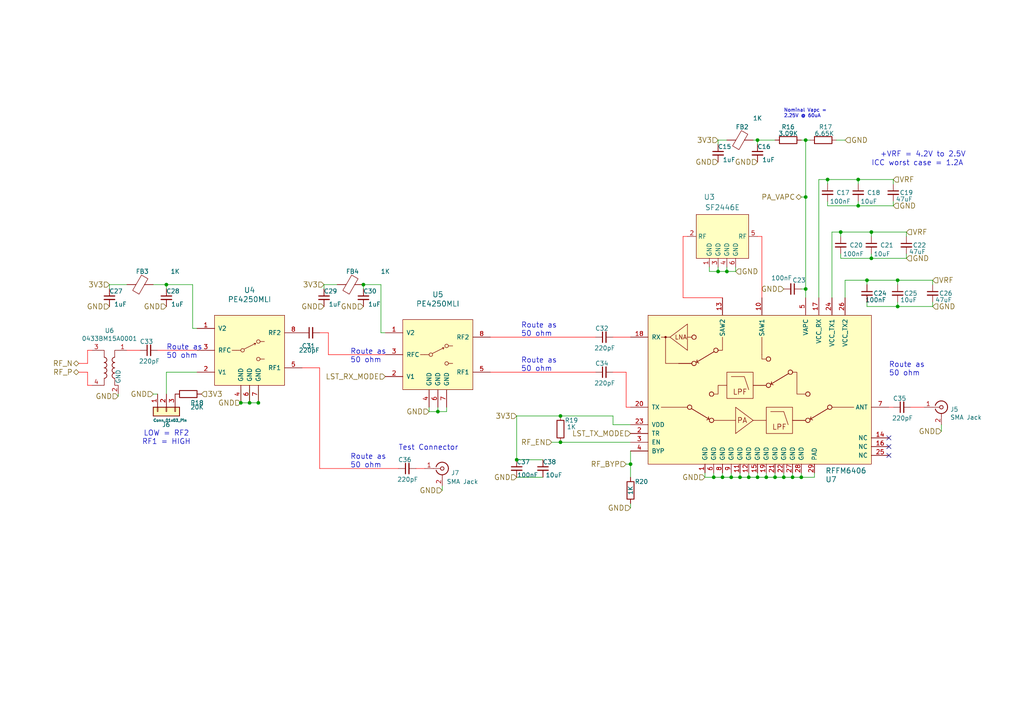
<source format=kicad_sch>
(kicad_sch (version 20231120) (generator "eeschema") (generator_version "8.0")
  (paper "A4")
  (lib_symbols
    (symbol "Connector:Conn_Coaxial" (pin_names (offset 1.016) hide)
      (property "Reference" "J" (at 0.254 3.048 0))
      (property "Value" "Conn_Coaxial" (at 2.921 0 90))
      (symbol "Conn_Coaxial_0_1"
        (arc (start -1.778 -0.508) (mid 0.2311 -1.8066) (end 1.778 0) (stroke (width 0.254)))
        (polyline (pts (xy -2.54 0) (xy -0.508 0)))
        (polyline (pts (xy 0 -2.54) (xy 0 -1.778)))
        (circle (center 0 0) (radius 0.508) (stroke (width 0.2032)))
        (arc (start 1.778 0) (mid 0.2099 1.8101) (end -1.778 0.508) (stroke (width 0.254)))
      )
      (symbol "Conn_Coaxial_1_1"
        (pin passive line (at -5.08 0 0) (length 2.54) (name "In") (number "1"))
        (pin passive line (at 0 -5.08 90) (length 2.54) (name "Ext") (number "2"))
      )
    )
    (symbol "Connector_Generic:Conn_01x03" (pin_names (offset 1.016) hide)
      (property "Reference" "J" (at 0 5.08 0))
      (property "Value" "Conn_01x03" (at 0 -5.08 0))
      (symbol "Conn_01x03_1_1"
        (rectangle (start -1.27 -2.413) (end 0 -2.667) (stroke (width 0.1524)))
        (rectangle (start -1.27 0.127) (end 0 -0.127) (stroke (width 0.1524)))
        (rectangle (start -1.27 2.667) (end 0 2.413) (stroke (width 0.1524)))
        (rectangle (start -1.27 3.81) (end 1.27 -3.81) (stroke (width 0.254)) (fill (type background)))
        (pin passive line (at -5.08 2.54 0) (length 3.81) (name "Pin_1") (number "1"))
        (pin passive line (at -5.08 0 0) (length 3.81) (name "Pin_2") (number "2"))
        (pin passive line (at -5.08 -2.54 0) (length 3.81) (name "Pin_3") (number "3"))
      )
    )
    (symbol "Device:C_Small" (pin_numbers hide) (pin_names (offset 0.254) hide)
      (property "Reference" "C" (at 0.254 1.778 0))
      (property "Value" "C_Small" (at 0.254 -2.032 0))
      (symbol "C_Small_0_1"
        (polyline (pts (xy -1.524 -0.508) (xy 1.524 -0.508)) (stroke (width 0.3302)))
        (polyline (pts (xy -1.524 0.508) (xy 1.524 0.508)) (stroke (width 0.3048)))
      )
      (symbol "C_Small_1_1"
        (pin passive line (at 0 2.54 270) (length 2.032) (name "~") (number "1"))
        (pin passive line (at 0 -2.54 90) (length 2.032) (name "~") (number "2"))
      )
    )
    (symbol "Device:FerriteBead" (pin_numbers hide) (pin_names (offset 0))
      (property "Reference" "FB" (at -3.81 0.635 90))
      (property "Value" "FerriteBead" (at 3.81 0 90))
      (symbol "FerriteBead_0_1"
        (polyline (pts (xy 0 -1.27) (xy 0 -1.2192)))
        (polyline (pts (xy 0 1.27) (xy 0 1.2954)))
        (polyline (pts (xy -2.7686 0.4064) (xy -1.7018 2.2606) (xy 2.7686 -0.3048) (xy 1.6764 -2.159) (xy -2.7686 0.4064)))
      )
      (symbol "FerriteBead_1_1"
        (pin passive line (at 0 3.81 270) (length 2.54) (name "~") (number "1"))
        (pin passive line (at 0 -3.81 90) (length 2.54) (name "~") (number "2"))
      )
    )
    (symbol "Device:R" (pin_numbers hide) (pin_names (offset 0))
      (property "Reference" "R" (at 2.032 0 90))
      (property "Value" "R" (at 0 0 90))
      (symbol "R_0_1"
        (rectangle (start -1.016 -2.54) (end 1.016 2.54) (stroke (width 0.254)))
      )
      (symbol "R_1_1"
        (pin passive line (at 0 3.81 270) (length 1.27) (name "~") (number "1"))
        (pin passive line (at 0 -3.81 90) (length 1.27) (name "~") (number "2"))
      )
    )
    (symbol "Project:PE4259" (pin_names (offset 1.016))
      (property "Reference" "U6" (at -8.89 11.43 0))
      (property "Value" "PE4259" (at 6.35 11.43 0))
      (symbol "PE4259_0_1"
        (rectangle (start -10.16 10.16) (end 10.16 -10.16) (fill (type background)))
        (circle (center -2.032 0) (radius 0.508))
        (polyline (pts (xy -3.81 0) (xy -5.08 0)))
        (polyline (pts (xy -3.81 0) (xy -2.54 0)))
        (polyline (pts (xy -1.524 0.381) (xy 1.778 2.032)))
        (polyline (pts (xy 1.651 2.032) (xy 1.27 2.032)))
        (polyline (pts (xy 1.778 2.032) (xy 1.524 1.524)))
        (polyline (pts (xy 3.048 -2.54) (xy 4.318 -2.54)))
        (polyline (pts (xy 3.048 2.54) (xy 4.318 2.54)))
        (circle (center 2.54 -2.54) (radius 0.508))
        (circle (center 2.54 2.54) (radius 0.508))
      )
      (symbol "PE4259_1_1"
        (pin passive line (at -15.24 6.35 0) (length 5.08) (name "V2") (number "1"))
        (pin passive line (at -15.24 -6.35 0) (length 5.08) (name "V1") (number "2"))
        (pin passive line (at -15.24 0 0) (length 5.08) (name "RFC") (number "3"))
        (pin passive line (at -2.54 -15.24 90) (length 5.08) (name "GND") (number "4"))
        (pin passive line (at 15.24 -5.08 180) (length 5.08) (name "RF1") (number "5"))
        (pin passive line (at 0 -15.24 90) (length 5.08) (name "GND") (number "6"))
        (pin passive line (at 2.54 -15.24 90) (length 5.08) (name "GND") (number "7"))
        (pin passive line (at 15.24 5.08 180) (length 5.08) (name "RF2") (number "8"))
      )
    )
    (symbol "Project:RFFM6403" (pin_names (offset 1.016))
      (property "Reference" "U9" (at -30.48 22.86 0))
      (property "Value" "RFFM6403" (at 26.67 -22.86 0))
      (symbol "RFFM6403_0_0"
        (rectangle (start -31.75 21.59) (end 33.02 -21.59) (fill (type background)))
        (circle (center -26.67 15.24) (radius 0.254) (fill (type outline)))
        (polyline (pts (xy -25.4 15.24) (xy -27.94 15.24)))
        (polyline (pts (xy -22.86 7.62) (xy -19.05 7.62)))
        (polyline (pts (xy -22.86 7.62) (xy -19.05 7.62)))
        (polyline (pts (xy -21.59 -5.08) (xy -27.94 -5.08)))
        (polyline (pts (xy -20.32 15.24) (xy -19.05 15.24)))
        (polyline (pts (xy -1.27 -8.89) (xy 2.54 -8.89)))
        (polyline (pts (xy -1.27 1.27) (xy 2.54 1.27)))
        (polyline (pts (xy -1.27 1.27) (xy 2.54 1.27)))
        (polyline (pts (xy 1.27 10.16) (xy 1.27 15.24)))
        (polyline (pts (xy 10.16 -8.89) (xy 13.97 -8.89)))
        (polyline (pts (xy 10.16 -8.89) (xy 13.97 -8.89)))
        (polyline (pts (xy -22.86 7.62) (xy -26.67 7.62) (xy -26.67 15.24)))
        (polyline (pts (xy -11.43 11.43) (xy -10.16 11.43) (xy -10.16 15.24)))
        (polyline (pts (xy 2.54 8.89) (xy 1.27 8.89) (xy 1.27 10.16)))
        (text "LNA" (at -22.225 15.24 0) (effects (font (size 1.27 1.27))))
        (text "LPF" (at -5.08 -0.635 0) (effects (font (size 1.524 1.524))))
        (text "LPF" (at 6.35 -10.795 0) (effects (font (size 1.524 1.524))))
        (text "PA" (at -4.445 -8.89 0) (effects (font (size 1.524 1.524))))
      )
      (symbol "RFFM6403_0_1"
        (circle (center -19.685 -5.08) (radius 0.635))
        (circle (center -19.685 -5.08) (radius 0.635))
        (circle (center -18.415 7.62) (radius 0.635))
        (circle (center -18.415 7.62) (radius 0.635))
        (circle (center -18.415 15.24) (radius 0.635))
        (circle (center -18.415 15.24) (radius 0.635))
        (circle (center -13.335 -8.89) (radius 0.635))
        (circle (center -13.335 -8.89) (radius 0.635))
        (circle (center -13.335 -1.27) (radius 0.635))
        (circle (center -13.335 -1.27) (radius 0.635))
        (circle (center -12.065 11.43) (radius 0.635))
        (circle (center -12.065 11.43) (radius 0.635))
        (rectangle (start -8.89 5.08) (end -1.27 -2.54))
        (polyline (pts (xy -20.32 -5.08) (xy -21.59 -5.08)))
        (polyline (pts (xy -17.653 8.001) (xy -17.018 7.747)))
        (polyline (pts (xy -17.653 8.001) (xy -17.018 7.747)))
        (polyline (pts (xy -14.097 -8.509) (xy -14.732 -8.763)))
        (polyline (pts (xy -14.097 -8.509) (xy -14.732 -8.763)))
        (polyline (pts (xy -12.7 -8.89) (xy -6.35 -8.89)))
        (polyline (pts (xy 3.937 1.651) (xy 4.572 1.397)))
        (polyline (pts (xy 3.937 1.651) (xy 4.572 1.397)))
        (polyline (pts (xy 15.367 -8.509) (xy 16.002 -8.763)))
        (polyline (pts (xy 15.367 -8.509) (xy 16.002 -8.763)))
        (polyline (pts (xy 21.59 -5.08) (xy 27.94 -5.08)))
        (polyline (pts (xy -19.177 -5.461) (xy -14.097 -8.509) (xy -14.224 -7.874)))
        (polyline (pts (xy -19.177 -5.461) (xy -14.097 -8.509) (xy -14.224 -7.874)))
        (polyline (pts (xy -12.573 11.049) (xy -17.653 8.001) (xy -17.526 8.636)))
        (polyline (pts (xy -12.573 11.049) (xy -17.653 8.001) (xy -17.526 8.636)))
        (polyline (pts (xy -7.62 3.81) (xy -3.81 3.81) (xy -2.54 0)))
        (polyline (pts (xy 3.81 -6.35) (xy 7.62 -6.35) (xy 8.89 -10.16)))
        (polyline (pts (xy 9.017 4.699) (xy 3.937 1.651) (xy 4.064 2.286)))
        (polyline (pts (xy 9.017 4.699) (xy 3.937 1.651) (xy 4.064 2.286)))
        (polyline (pts (xy 20.447 -5.461) (xy 15.367 -8.509) (xy 15.494 -7.874)))
        (polyline (pts (xy 20.447 -5.461) (xy 15.367 -8.509) (xy 15.494 -7.874)))
        (polyline (pts (xy -20.32 11.43) (xy -20.32 19.05) (xy -25.4 15.24) (xy -20.32 11.43)))
        (polyline (pts (xy -12.7 -1.27) (xy -11.43 -1.27) (xy -11.43 1.27) (xy -8.89 1.27)))
        (polyline (pts (xy -6.35 -12.7) (xy -6.35 -5.08) (xy -1.27 -8.89) (xy -6.35 -12.7)))
        (polyline (pts (xy 13.97 -1.27) (xy 11.43 -1.27) (xy 11.43 5.08) (xy 10.16 5.08)))
        (rectangle (start 2.54 -5.08) (end 10.16 -12.7))
        (circle (center 3.175 1.27) (radius 0.635))
        (circle (center 3.175 1.27) (radius 0.635))
        (circle (center 3.175 8.89) (radius 0.635))
        (circle (center 3.175 8.89) (radius 0.635))
        (circle (center 9.525 5.08) (radius 0.635))
        (circle (center 9.525 5.08) (radius 0.635))
        (circle (center 14.605 -8.89) (radius 0.635))
        (circle (center 14.605 -8.89) (radius 0.635))
        (circle (center 14.605 -1.27) (radius 0.635))
        (circle (center 14.605 -1.27) (radius 0.635))
        (circle (center 20.955 -5.08) (radius 0.635))
        (circle (center 20.955 -5.08) (radius 0.635))
      )
      (symbol "RFFM6403_1_1"
        (pin passive line (at -15.24 -24.13 90) (length 2.54) (name "GND") (number "1"))
        (pin passive line (at 1.27 26.67 270) (length 5.08) (name "SAW1") (number "10"))
        (pin passive line (at -5.08 -24.13 90) (length 2.54) (name "GND") (number "11"))
        (pin passive line (at -2.54 -24.13 90) (length 2.54) (name "GND") (number "12"))
        (pin passive line (at -10.16 26.67 270) (length 5.08) (name "SAW2") (number "13"))
        (pin passive line (at 38.1 -13.97 180) (length 5.08) (name "NC") (number "14"))
        (pin passive line (at 0 -24.13 90) (length 2.54) (name "GND") (number "15"))
        (pin passive line (at 38.1 -16.51 180) (length 5.08) (name "NC") (number "16"))
        (pin passive line (at 17.78 26.67 270) (length 5.08) (name "VCC_RX") (number "17"))
        (pin passive line (at -36.83 15.24 0) (length 5.08) (name "RX") (number "18"))
        (pin passive line (at 2.54 -24.13 90) (length 2.54) (name "GND") (number "19"))
        (pin passive line (at -36.83 -12.7 0) (length 5.08) (name "TR") (number "2"))
        (pin passive line (at -36.83 -5.08 0) (length 5.08) (name "TX") (number "20"))
        (pin passive line (at 5.08 -24.13 90) (length 2.54) (name "GND") (number "21"))
        (pin passive line (at 7.62 -24.13 90) (length 2.54) (name "GND") (number "22"))
        (pin passive line (at -36.83 -10.16 0) (length 5.08) (name "VDD") (number "23"))
        (pin passive line (at 21.59 26.67 270) (length 5.08) (name "VCC_TX1") (number "24"))
        (pin passive line (at 38.1 -19.05 180) (length 5.08) (name "NC") (number "25"))
        (pin passive line (at 25.4 26.67 270) (length 5.08) (name "VCC_TX2") (number "26"))
        (pin passive line (at 10.16 -24.13 90) (length 2.54) (name "GND") (number "27"))
        (pin passive line (at 12.7 -24.13 90) (length 2.54) (name "GND") (number "28"))
        (pin passive line (at 16.51 -24.13 90) (length 2.54) (name "PAD") (number "29"))
        (pin passive line (at -36.83 -15.24 0) (length 5.08) (name "EN") (number "3"))
        (pin passive line (at -36.83 -17.78 0) (length 5.08) (name "BYP") (number "4"))
        (pin passive line (at 13.97 26.67 270) (length 5.08) (name "VAPC") (number "5"))
        (pin passive line (at -12.7 -24.13 90) (length 2.54) (name "GND") (number "6"))
        (pin passive line (at 38.1 -5.08 180) (length 5.08) (name "ANT") (number "7"))
        (pin passive line (at -10.16 -24.13 90) (length 2.54) (name "GND") (number "8"))
        (pin passive line (at -7.62 -24.13 90) (length 2.54) (name "GND") (number "9"))
      )
    )
    (symbol "Project:SF2446"
      (property "Reference" "U" (at 0 0 0))
      (symbol "SF2446_1_1"
        (rectangle (start -7.62 6.35) (end 7.62 -6.35) (fill (type background)))
        (pin power_in line (at -3.81 -8.89 90) (length 2.54) (name "GND") (number "1"))
        (pin passive line (at -10.16 0 0) (length 2.54) (name "RF") (number "2"))
        (pin power_in line (at -1.27 -8.89 90) (length 2.54) (name "GND") (number "3"))
        (pin power_in line (at 1.27 -8.89 90) (length 2.54) (name "GND") (number "4"))
        (pin passive line (at 10.16 0 180) (length 2.54) (name "RF") (number "5"))
        (pin power_in line (at 3.81 -8.89 90) (length 2.54) (name "GND") (number "6"))
      )
    )
    (symbol "Transformer:0433BM15A0001"
      (property "Reference" "U" (at 0 6.35 0))
      (property "Value" "0433BM15A0001" (at 0 -7.62 0))
      (symbol "0433BM15A0001_1_1"
        (arc (start -1.524 -3.048) (mid -0.7653 -2.286) (end -1.524 -1.524) (stroke (width 0.2032)))
        (arc (start -1.524 -1.524) (mid -0.7653 -0.762) (end -1.524 0) (stroke (width 0.2032)))
        (arc (start -1.524 0) (mid -0.7653 0.762) (end -1.524 1.524) (stroke (width 0.2032)))
        (arc (start -1.524 1.524) (mid -0.7653 2.286) (end -1.524 3.048) (stroke (width 0.2032)))
        (polyline (pts (xy -2.54 5.08) (xy -1.524 5.08) (xy -1.524 3.048)) (stroke (width 0.1524)))
        (polyline (pts (xy -1.524 -3.048) (xy -1.524 -5.08) (xy -2.54 -5.08)) (stroke (width 0.1524)))
        (polyline (pts (xy 1.524 3.048) (xy 1.524 5.08) (xy 2.54 5.08)) (stroke (width 0.1524)))
        (polyline (pts (xy 2.54 -5.08) (xy 1.524 -5.08) (xy 1.524 -3.048)) (stroke (width 0.1524)))
        (arc (start 1.524 -1.524) (mid 0.7653 -2.286) (end 1.524 -3.048) (stroke (width 0.2032)))
        (arc (start 1.524 0) (mid 0.7653 -0.762) (end 1.524 -1.524) (stroke (width 0.2032)))
        (arc (start 1.524 1.524) (mid 0.7653 0.762) (end 1.524 0) (stroke (width 0.2032)))
        (arc (start 1.524 3.048) (mid 0.7653 2.286) (end 1.524 1.524) (stroke (width 0.2032)))
        (pin passive line (at -5.08 5.08 0) (length 2.54) (name "~") (number "1"))
        (pin power_in line (at -2.54 -7.62 90) (length 2.54) (name "GND") (number "2"))
        (pin passive line (at 5.08 5.08 180) (length 2.54) (name "~") (number "3"))
        (pin passive line (at 5.08 -5.08 180) (length 2.54) (name "~") (number "4"))
        (pin passive line (at -2.54 -7.62 90) (length 2.54) hide (name "GND") (number "5"))
        (pin passive line (at -2.54 -7.62 90) (length 2.54) hide (name "GND") (number "6"))
      )
    )
  )
  (junction (at 251.46 81.28))
  (junction (at 182.88 134.62))
  (junction (at 229.87 138.43))
  (junction (at 48.26 82.55))
  (junction (at 69.85 116.84))
  (junction (at 209.55 138.43))
  (junction (at 232.41 138.43))
  (junction (at 233.68 83.82))
  (junction (at 233.68 57.15))
  (junction (at 219.71 40.64))
  (junction (at 224.79 138.43))
  (junction (at 214.63 138.43))
  (junction (at 252.73 67.31))
  (junction (at 208.28 78.74))
  (junction (at 219.71 138.43))
  (junction (at 233.68 40.64))
  (junction (at 162.56 128.27))
  (junction (at 222.25 138.43))
  (junction (at 149.86 133.35))
  (junction (at 212.09 138.43))
  (junction (at 260.35 81.28))
  (junction (at 260.35 88.9))
  (junction (at 248.92 52.07))
  (junction (at 74.93 116.84))
  (junction (at 217.17 138.43))
  (junction (at 207.01 138.43))
  (junction (at 162.56 120.65))
  (junction (at 210.82 78.74))
  (junction (at 248.92 59.69))
  (junction (at 243.84 67.31))
  (junction (at 127 119.38))
  (junction (at 105.41 82.55))
  (junction (at 227.33 138.43))
  (junction (at 252.73 74.93))
  (junction (at 72.39 116.84))
  (junction (at 240.03 52.07))
  (no_connect (at 257.81 129.54))
  (no_connect (at 257.81 127))
  (no_connect (at 257.81 132.08))
  (wire (pts (xy 218.44 40.64) (xy 219.71 40.64)))
  (wire (pts (xy 210.82 77.47) (xy 210.82 78.74)))
  (wire (pts (xy 128.27 142.24) (xy 128.27 140.97)))
  (wire (pts (xy 222.25 138.43) (xy 224.79 138.43)))
  (wire (pts (xy 48.26 82.55) (xy 55.88 82.55)))
  (wire (pts (xy 251.46 88.9) (xy 260.35 88.9)))
  (wire (pts (xy 229.87 138.43) (xy 229.87 137.16)))
  (wire (pts (xy 233.68 83.82) (xy 233.68 86.36)))
  (wire (pts (xy 25.4 101.6) (xy 26.67 101.6)) (stroke (width 0) (color 255 0 0 1)))
  (wire (pts (xy 25.4 107.95) (xy 22.86 107.95)) (stroke (width 0) (color 255 0 0 1)))
  (wire (pts (xy 181.61 107.95) (xy 181.61 118.11)) (stroke (width 0) (color 255 0 0 1)))
  (wire (pts (xy 224.79 138.43) (xy 227.33 138.43)))
  (wire (pts (xy 252.73 73.66) (xy 252.73 74.93)))
  (wire (pts (xy 157.48 138.43) (xy 149.86 138.43)))
  (wire (pts (xy 182.88 134.62) (xy 182.88 130.81)))
  (wire (pts (xy 204.47 138.43) (xy 207.01 138.43)))
  (wire (pts (xy 241.3 67.31) (xy 241.3 86.36)))
  (wire (pts (xy 48.26 107.95) (xy 48.26 114.3)))
  (wire (pts (xy 222.25 138.43) (xy 222.25 137.16)))
  (wire (pts (xy 220.98 68.58) (xy 220.98 86.36)) (stroke (width 0) (color 255 0 0 1)))
  (wire (pts (xy 36.83 82.55) (xy 31.75 82.55)))
  (wire (pts (xy 93.98 82.55) (xy 93.98 83.82)))
  (wire (pts (xy 260.35 87.63) (xy 260.35 88.9)))
  (wire (pts (xy 251.46 82.55) (xy 251.46 81.28)))
  (wire (pts (xy 259.08 58.42) (xy 259.08 59.69)))
  (wire (pts (xy 270.51 87.63) (xy 270.51 88.9)))
  (wire (pts (xy 162.56 120.65) (xy 177.8 120.65)))
  (wire (pts (xy 260.35 81.28) (xy 270.51 81.28)))
  (wire (pts (xy 149.86 120.65) (xy 149.86 133.35)))
  (wire (pts (xy 162.56 128.27) (xy 182.88 128.27)))
  (wire (pts (xy 243.84 74.93) (xy 252.73 74.93)))
  (wire (pts (xy 124.46 119.38) (xy 124.46 118.11)))
  (wire (pts (xy 213.36 77.47) (xy 213.36 78.74)))
  (wire (pts (xy 214.63 138.43) (xy 217.17 138.43)))
  (wire (pts (xy 204.47 137.16) (xy 204.47 138.43)))
  (wire (pts (xy 95.25 102.87) (xy 111.76 102.87)) (stroke (width 0) (color 255 0 0 1)))
  (wire (pts (xy 25.4 111.76) (xy 25.4 107.95)) (stroke (width 0) (color 255 0 0 1)))
  (wire (pts (xy 149.86 120.65) (xy 162.56 120.65)))
  (wire (pts (xy 214.63 138.43) (xy 214.63 137.16)))
  (wire (pts (xy 241.3 67.31) (xy 243.84 67.31)))
  (wire (pts (xy 210.82 78.74) (xy 213.36 78.74)))
  (wire (pts (xy 181.61 134.62) (xy 182.88 134.62)))
  (wire (pts (xy 237.49 52.07) (xy 240.03 52.07)))
  (wire (pts (xy 262.89 68.58) (xy 262.89 67.31)))
  (wire (pts (xy 260.35 81.28) (xy 260.35 82.55)))
  (wire (pts (xy 182.88 134.62) (xy 182.88 138.43)))
  (wire (pts (xy 224.79 138.43) (xy 224.79 137.16)))
  (wire (pts (xy 248.92 52.07) (xy 259.08 52.07)))
  (wire (pts (xy 92.71 135.89) (xy 115.57 135.89)) (stroke (width 0) (color 255 0 0 1)))
  (wire (pts (xy 243.84 67.31) (xy 252.73 67.31)))
  (wire (pts (xy 36.83 101.6) (xy 40.64 101.6)) (stroke (width 0) (color 255 0 0 1)))
  (wire (pts (xy 69.85 116.84) (xy 69.85 113.03)))
  (wire (pts (xy 219.71 68.58) (xy 220.98 68.58)) (stroke (width 0) (color 255 0 0 1)))
  (wire (pts (xy 232.41 137.16) (xy 232.41 138.43)))
  (wire (pts (xy 31.75 82.55) (xy 31.75 83.82)))
  (wire (pts (xy 260.35 88.9) (xy 270.51 88.9)))
  (wire (pts (xy 245.11 81.28) (xy 245.11 86.36)))
  (wire (pts (xy 270.51 81.28) (xy 270.51 82.55)))
  (wire (pts (xy 93.98 82.55) (xy 97.79 82.55)))
  (wire (pts (xy 209.55 138.43) (xy 209.55 137.16)))
  (wire (pts (xy 233.68 40.64) (xy 234.95 40.64)))
  (wire (pts (xy 55.88 82.55) (xy 55.88 95.25)))
  (wire (pts (xy 44.45 114.3) (xy 45.72 114.3)))
  (wire (pts (xy 219.71 40.64) (xy 219.71 41.91)))
  (wire (pts (xy 142.24 97.79) (xy 172.72 97.79)) (stroke (width 0) (color 255 0 0 1)))
  (wire (pts (xy 252.73 67.31) (xy 252.73 68.58)))
  (wire (pts (xy 212.09 138.43) (xy 214.63 138.43)))
  (wire (pts (xy 219.71 138.43) (xy 219.71 137.16)))
  (wire (pts (xy 212.09 138.43) (xy 212.09 137.16)))
  (wire (pts (xy 232.41 57.15) (xy 233.68 57.15)))
  (wire (pts (xy 240.03 52.07) (xy 248.92 52.07)))
  (wire (pts (xy 240.03 59.69) (xy 248.92 59.69)))
  (wire (pts (xy 248.92 58.42) (xy 248.92 59.69)))
  (wire (pts (xy 219.71 40.64) (xy 224.79 40.64)))
  (wire (pts (xy 57.15 101.6) (xy 45.72 101.6)) (stroke (width 0) (color 255 0 0 1)))
  (wire (pts (xy 236.22 138.43) (xy 236.22 137.16)))
  (wire (pts (xy 34.29 114.935) (xy 34.29 114.3)))
  (wire (pts (xy 177.8 97.79) (xy 182.88 97.79)) (stroke (width 0) (color 255 0 0 1)))
  (wire (pts (xy 72.39 116.84) (xy 74.93 116.84)))
  (wire (pts (xy 198.12 68.58) (xy 199.39 68.58)) (stroke (width 0) (color 255 0 0 1)))
  (wire (pts (xy 208.28 78.74) (xy 210.82 78.74)))
  (wire (pts (xy 264.16 118.11) (xy 267.97 118.11)) (stroke (width 0) (color 255 0 0 1)))
  (wire (pts (xy 273.05 125.095) (xy 273.05 123.19)))
  (wire (pts (xy 55.88 95.25) (xy 57.15 95.25)))
  (wire (pts (xy 95.25 96.52) (xy 95.25 102.87)) (stroke (width 0) (color 255 0 0 1)))
  (wire (pts (xy 259.08 53.34) (xy 259.08 52.07)))
  (wire (pts (xy 207.01 138.43) (xy 209.55 138.43)))
  (wire (pts (xy 227.33 138.43) (xy 227.33 137.16)))
  (wire (pts (xy 217.17 138.43) (xy 217.17 137.16)))
  (wire (pts (xy 48.26 107.95) (xy 57.15 107.95)))
  (wire (pts (xy 232.41 40.64) (xy 233.68 40.64)))
  (wire (pts (xy 25.4 105.41) (xy 22.86 105.41)) (stroke (width 0) (color 255 0 0 1)))
  (wire (pts (xy 72.39 116.84) (xy 69.85 116.84)))
  (wire (pts (xy 149.86 133.35) (xy 157.48 133.35)))
  (wire (pts (xy 205.74 78.74) (xy 205.74 77.47)))
  (wire (pts (xy 252.73 67.31) (xy 262.89 67.31)))
  (wire (pts (xy 243.84 67.31) (xy 243.84 68.58)))
  (wire (pts (xy 248.92 52.07) (xy 248.92 53.34)))
  (wire (pts (xy 105.41 83.82) (xy 105.41 82.55)))
  (wire (pts (xy 217.17 138.43) (xy 219.71 138.43)))
  (wire (pts (xy 219.71 138.43) (xy 222.25 138.43)))
  (wire (pts (xy 129.54 119.38) (xy 129.54 118.11)))
  (wire (pts (xy 208.28 40.64) (xy 208.28 41.91)))
  (wire (pts (xy 177.8 123.19) (xy 182.88 123.19)))
  (wire (pts (xy 120.65 135.89) (xy 123.19 135.89)) (stroke (width 0) (color 255 0 0 1)))
  (wire (pts (xy 127 118.11) (xy 127 119.38)))
  (wire (pts (xy 245.11 81.28) (xy 251.46 81.28)))
  (wire (pts (xy 262.89 73.66) (xy 262.89 74.93)))
  (wire (pts (xy 110.49 96.52) (xy 111.76 96.52)))
  (wire (pts (xy 25.4 101.6) (xy 25.4 105.41)) (stroke (width 0) (color 255 0 0 1)))
  (wire (pts (xy 142.24 107.95) (xy 172.72 107.95)) (stroke (width 0) (color 255 0 0 1)))
  (wire (pts (xy 127 119.38) (xy 129.54 119.38)))
  (wire (pts (xy 105.41 82.55) (xy 110.49 82.55)))
  (wire (pts (xy 251.46 87.63) (xy 251.46 88.9)))
  (wire (pts (xy 227.33 138.43) (xy 229.87 138.43)))
  (wire (pts (xy 240.03 58.42) (xy 240.03 59.69)))
  (wire (pts (xy 207.01 137.16) (xy 207.01 138.43)))
  (wire (pts (xy 232.41 83.82) (xy 233.68 83.82)))
  (wire (pts (xy 95.25 96.52) (xy 92.71 96.52)) (stroke (width 0) (color 255 0 0 1)))
  (wire (pts (xy 240.03 52.07) (xy 240.03 53.34)))
  (wire (pts (xy 229.87 138.43) (xy 232.41 138.43)))
  (wire (pts (xy 251.46 81.28) (xy 260.35 81.28)))
  (wire (pts (xy 177.8 120.65) (xy 177.8 123.19)))
  (wire (pts (xy 72.39 113.03) (xy 72.39 116.84)))
  (wire (pts (xy 160.02 128.27) (xy 162.56 128.27)))
  (wire (pts (xy 233.68 57.15) (xy 233.68 83.82)))
  (wire (pts (xy 232.41 138.43) (xy 236.22 138.43)))
  (wire (pts (xy 248.92 59.69) (xy 259.08 59.69)))
  (wire (pts (xy 233.68 40.64) (xy 233.68 57.15)))
  (wire (pts (xy 237.49 52.07) (xy 237.49 86.36)))
  (wire (pts (xy 110.49 82.55) (xy 110.49 96.52)))
  (wire (pts (xy 252.73 74.93) (xy 262.89 74.93)))
  (wire (pts (xy 87.63 106.68) (xy 92.71 106.68)) (stroke (width 0) (color 255 0 0 1)))
  (wire (pts (xy 243.84 73.66) (xy 243.84 74.93)))
  (wire (pts (xy 208.28 40.64) (xy 210.82 40.64)))
  (wire (pts (xy 181.61 118.11) (xy 182.88 118.11)) (stroke (width 0) (color 255 0 0 1)))
  (wire (pts (xy 242.57 40.64) (xy 245.11 40.64)))
  (wire (pts (xy 48.26 83.82) (xy 48.26 82.55)))
  (wire (pts (xy 257.81 118.11) (xy 259.08 118.11)) (stroke (width 0) (color 255 0 0 1)))
  (wire (pts (xy 25.4 111.76) (xy 26.67 111.76)) (stroke (width 0) (color 255 0 0 1)))
  (wire (pts (xy 44.45 82.55) (xy 48.26 82.55)))
  (wire (pts (xy 127 119.38) (xy 124.46 119.38)))
  (wire (pts (xy 74.93 116.84) (xy 74.93 113.03)))
  (wire (pts (xy 208.28 77.47) (xy 208.28 78.74)))
  (wire (pts (xy 182.88 147.32) (xy 182.88 146.05)))
  (wire (pts (xy 209.55 86.36) (xy 198.12 86.36)) (stroke (width 0) (color 255 0 0 1)))
  (wire (pts (xy 198.12 86.36) (xy 198.12 68.58)) (stroke (width 0) (color 255 0 0 1)))
  (wire (pts (xy 92.71 106.68) (xy 92.71 135.89)) (stroke (width 0) (color 255 0 0 1)))
  (wire (pts (xy 209.55 138.43) (xy 212.09 138.43)))
  (wire (pts (xy 205.74 78.74) (xy 208.28 78.74)))
  (wire (pts (xy 177.8 107.95) (xy 181.61 107.95)) (stroke (width 0) (color 255 0 0 1)))
  (text "Route as\n50 ohm" (at 151.13 107.95 0) (effects (font (size 1.524 1.524)) (justify left bottom)))
  (text "Test Connector" (at 115.57 130.81 0) (effects (font (size 1.524 1.524)) (justify left bottom)))
  (text "Route as\n50 ohm" (at 257.81 109.22 0) (effects (font (size 1.524 1.524)) (justify left bottom)))
  (text "LOW = RF2\nRF1 = HIGH" (at 48.26 127 0) (effects (font (size 1.524 1.524))))
  (text "Route as\n50 ohm" (at 101.6 105.41 0) (effects (font (size 1.524 1.524)) (justify left bottom)))
  (text "Route as\n50 ohm" (at 101.6 135.89 0) (effects (font (size 1.524 1.524)) (justify left bottom)))
  (text "ICC worst case = 1.2A" (at 252.73 48.26 0) (effects (font (size 1.524 1.524)) (justify left bottom)))
  (text "Nominal Vapc = \n2.25V @ 60uA" (at 227.33 34.29 0) (effects (font (size 0.9906 0.9906)) (justify left bottom)))
  (text "+VRF = 4.2V to 2.5V" (at 255.27 45.72 0) (effects (font (size 1.524 1.524)) (justify left bottom)))
  (text "Route as\n50 ohm" (at 48.26 104.14 0) (effects (font (size 1.524 1.524)) (justify left bottom)))
  (text "Route as\n50 ohm" (at 151.13 97.79 0) (effects (font (size 1.524 1.524)) (justify left bottom)))
  (hierarchical_label "PA_VAPC" (shape bidirectional) (at 232.41 57.15 180) (effects (font (size 1.524 1.524))))
  (hierarchical_label "GND" (shape input) (at 245.11 40.64 0) (effects (font (size 1.524 1.524))))
  (hierarchical_label "VRF" (shape input) (at 259.08 52.07 0) (effects (font (size 1.524 1.524))))
  (hierarchical_label "3V3" (shape input) (at 149.86 120.65 180) (effects (font (size 1.524 1.524))))
  (hierarchical_label "GND" (shape input) (at 48.26 88.9 180) (effects (font (size 1.524 1.524))))
  (hierarchical_label "GND" (shape input) (at 93.98 88.9 180) (effects (font (size 1.524 1.524))))
  (hierarchical_label "GND" (shape input) (at 182.88 147.32 180) (effects (font (size 1.524 1.524))))
  (hierarchical_label "GND" (shape input) (at 270.51 88.9 0) (effects (font (size 1.524 1.524))))
  (hierarchical_label "RF_N" (shape bidirectional) (at 22.86 105.41 180) (effects (font (size 1.524 1.524))))
  (hierarchical_label "LST_TX_MODE" (shape input) (at 182.88 125.73 180) (effects (font (size 1.524 1.524))))
  (hierarchical_label "VRF" (shape input) (at 262.89 67.31 0) (effects (font (size 1.524 1.524))))
  (hierarchical_label "GND" (shape input) (at 219.71 46.99 180) (effects (font (size 1.524 1.524))))
  (hierarchical_label "RF_P" (shape bidirectional) (at 22.86 107.95 180) (effects (font (size 1.524 1.524))))
  (hierarchical_label "GND" (shape input) (at 213.36 78.74 0) (effects (font (size 1.524 1.524))))
  (hierarchical_label "RF_EN" (shape input) (at 160.02 128.27 180) (effects (font (size 1.524 1.524))))
  (hierarchical_label "GND" (shape input) (at 204.47 138.43 180) (effects (font (size 1.524 1.524))))
  (hierarchical_label "GND" (shape input) (at 44.45 114.3 180) (effects (font (size 1.524 1.524))))
  (hierarchical_label "GND" (shape input) (at 262.89 74.93 0) (effects (font (size 1.524 1.524))))
  (hierarchical_label "3V3" (shape input) (at 58.42 114.3 0) (effects (font (size 1.524 1.524))))
  (hierarchical_label "GND" (shape input) (at 208.28 46.99 180) (effects (font (size 1.524 1.524))))
  (hierarchical_label "GND" (shape input) (at 105.41 88.9 180) (effects (font (size 1.524 1.524))))
  (hierarchical_label "LST_RX_MODE" (shape input) (at 111.76 109.22 180) (effects (font (size 1.524 1.524))))
  (hierarchical_label "GND" (shape input) (at 128.27 142.24 180) (effects (font (size 1.524 1.524))))
  (hierarchical_label "GND" (shape input) (at 34.29 114.935 180) (effects (font (size 1.524 1.524))))
  (hierarchical_label "GND" (shape input) (at 31.75 88.9 180) (effects (font (size 1.524 1.524))))
  (hierarchical_label "GND" (shape input) (at 227.33 83.82 180) (effects (font (size 1.524 1.524))))
  (hierarchical_label "GND" (shape input) (at 69.85 116.84 180) (effects (font (size 1.524 1.524))))
  (hierarchical_label "RF_BYP" (shape input) (at 181.61 134.62 180) (effects (font (size 1.524 1.524))))
  (hierarchical_label "3V3" (shape input) (at 208.28 40.64 180) (effects (font (size 1.524 1.524))))
  (hierarchical_label "GND" (shape input) (at 259.08 59.69 0) (effects (font (size 1.524 1.524))))
  (hierarchical_label "3V3" (shape input) (at 93.98 82.55 180) (effects (font (size 1.524 1.524))))
  (hierarchical_label "VRF" (shape input) (at 270.51 81.28 0) (effects (font (size 1.524 1.524))))
  (hierarchical_label "3V3" (shape input) (at 31.75 82.55 180) (effects (font (size 1.524 1.524))))
  (hierarchical_label "GND" (shape input) (at 149.86 138.43 180) (effects (font (size 1.524 1.524))))
  (hierarchical_label "GND" (shape input) (at 273.05 125.095 180) (effects (font (size 1.524 1.524))))
  (hierarchical_label "GND" (shape input) (at 124.46 119.38 180) (effects (font (size 1.524 1.524))))
  (symbol (lib_id "Device:C_Small") (at 157.48 135.89 0) (unit 1)
    (property "Reference" "C38" (at 159.385 133.985 0))
    (property "Value" "10uF" (at 160.655 137.795 0))
    (property "Footprint" "Capacitor_SMD:C_0603_1608Metric_Pad1.08x0.95mm_HandSolder" (effects (hide yes)))
    (property "Datasheet" "https://search.murata.co.jp/Ceramy/image/img/A01X/G101/ENG/GRM188R61E106KA73-01.pdf" (effects (hide yes)))
    (property "Voltage" "25" (effects (hide yes)))
    (property "Part Number" "GRM188R61E106KA73D" (effects (hide yes)))
    (property "Tolerance" "10" (effects (hide yes)))
    (property "Manufacturer" "Murata" (effects (hide yes)))
  )
  (symbol (lib_id "Device:C_Small") (at 243.84 71.12 0) (unit 1)
    (property "Reference" "C20" (at 246.38 71.12 0) (effects (justify left)))
    (property "Value" "100nF" (at 244.475 73.66 0) (effects (justify left)))
    (property "Footprint" "Capacitor_SMD:C_0402_1005Metric_Pad0.74x0.62mm_HandSolder" (effects (hide yes)))
    (property "Datasheet" "https://search.murata.co.jp/Ceramy/image/img/A01X/G101/ENG/GRM155R61E104KA87-01.pdf" (effects (hide yes)))
    (property "Description" "Unpolarized capacitor, small symbol" (effects (hide yes)))
    (property "Voltage" "25" (effects (hide yes)))
    (property "Part Number" "GRM155R61E104KA87D" (effects (hide yes)))
    (property "Tolerance" "10" (effects (hide yes)))
    (property "Manufacturer" "Murata" (effects (hide yes)))
  )
  (symbol (lib_id "Device:C_Small") (at 90.17 96.52 90) (unit 1)
    (property "Reference" "C31" (at 91.44 100.33 90) (effects (justify left)))
    (property "Value" "220pF" (at 92.71 101.6 90) (effects (justify left)))
    (property "Footprint" "Capacitor_SMD:C_0402_1005Metric_Pad0.74x0.62mm_HandSolder" (effects (hide yes)))
    (property "Datasheet" "https://search.murata.co.jp/Ceramy/image/img/A01X/G101/ENG/GRM1555C1H221JA01-01.pdf" (effects (hide yes)))
    (property "Description" "Unpolarized capacitor, small symbol" (effects (hide yes)))
    (property "Voltage" "50" (effects (hide yes)))
    (property "Part Number" "GRM1555C1H221JA01J" (effects (hide yes)))
    (property "Tolerance" "5" (effects (hide yes)))
    (property "Manufacturer" "Murata" (effects (hide yes)))
  )
  (symbol (lib_id "Device:R") (at 162.56 124.46 0) (mirror x) (unit 1)
    (property "Reference" "R19" (at 165.735 121.92 0))
    (property "Value" "1K" (at 165.735 123.825 0))
    (property "Footprint" "Resistor_SMD:R_0402_1005Metric_Pad0.72x0.64mm_HandSolder" (effects (hide yes)))
    (property "Datasheet" "https://www.yageo.com/upload/media/product/products/datasheet/rchip/PYu-RC_Group_51_RoHS_L_12.pdf" (effects (hide yes)))
    (property "Part Number" "RC0402FR-071KL" (effects (hide yes)))
    (property "Tolerance" "1" (effects (hide yes)))
    (property "Manufacturer" "YAGEO" (effects (hide yes)))
  )
  (symbol (lib_id "Device:C_Small") (at 262.89 71.12 0) (unit 1)
    (property "Reference" "C22" (at 266.7 71.12 0))
    (property "Value" "47uF" (at 266.065 73.025 0))
    (property "Footprint" "Capacitor_SMD:C_1206_3216Metric_Pad1.33x1.80mm_HandSolder" (effects (hide yes)))
    (property "Datasheet" "https://search.murata.co.jp/Ceramy/image/img/A01X/G101/ENG/GRM31CR61A476ME15-01.pdf" (effects (hide yes)))
    (property "Description" "Unpolarized capacitor, small symbol" (effects (hide yes)))
    (property "Voltage" "10" (effects (hide yes)))
    (property "Part Number" "GRM31CR61A476ME15L" (effects (hide yes)))
    (property "Tolerance" "20" (effects (hide yes)))
    (property "Manufacturer" "Murata" (effects (hide yes)))
  )
  (symbol (lib_id "Device:FerriteBead") (at 214.63 40.64 270) (unit 1)
    (property "Reference" "FB2" (at 215.265 36.83 90))
    (property "Value" "1K" (at 219.71 34.29 90))
    (property "Footprint" "Inductor_SMD:L_0603_1608Metric_Pad1.05x0.95mm_HandSolder" (effects (hide yes)))
    (property "Datasheet" "https://www.digikey.com/en/models/7798421" (effects (hide yes)))
    (property "Description" "Ferrite bead" (effects (hide yes)))
    (property "Amps" "1" (effects (hide yes)))
    (property "Part Number" "BLM18KG102SN1D " (effects (hide yes)))
    (property "Manufacturer" "Murata" (effects (hide yes)))
  )
  (symbol (lib_id "Device:C_Small") (at 261.62 118.11 90) (unit 1)
    (property "Reference" "C35" (at 262.89 115.57 90) (effects (justify left)))
    (property "Value" "220pF" (at 264.795 121.285 90) (effects (justify left)))
    (property "Footprint" "Capacitor_SMD:C_0402_1005Metric_Pad0.74x0.62mm_HandSolder" (effects (hide yes)))
    (property "Datasheet" "https://search.murata.co.jp/Ceramy/image/img/A01X/G101/ENG/GRM1555C1H221JA01-01.pdf" (effects (hide yes)))
    (property "Description" "Unpolarized capacitor, small symbol" (effects (hide yes)))
    (property "Voltage" "50" (effects (hide yes)))
    (property "Part Number" "GRM1555C1H221JA01J" (effects (hide yes)))
    (property "Tolerance" "5" (effects (hide yes)))
    (property "Manufacturer" "Murata" (effects (hide yes)))
  )
  (symbol (lib_id "Device:C_Small") (at 175.26 97.79 90) (unit 1)
    (property "Reference" "C32" (at 176.53 95.25 90) (effects (justify left)))
    (property "Value" "220pF" (at 178.435 100.965 90) (effects (justify left)))
    (property "Footprint" "Capacitor_SMD:C_0402_1005Metric_Pad0.74x0.62mm_HandSolder" (effects (hide yes)))
    (property "Datasheet" "https://search.murata.co.jp/Ceramy/image/img/A01X/G101/ENG/GRM1555C1H221JA01-01.pdf" (effects (hide yes)))
    (property "Description" "Unpolarized capacitor, small symbol" (effects (hide yes)))
    (property "Voltage" "50" (effects (hide yes)))
    (property "Part Number" "GRM1555C1H221JA01J" (effects (hide yes)))
    (property "Tolerance" "5" (effects (hide yes)))
    (property "Manufacturer" "Murata" (effects (hide yes)))
  )
  (symbol (lib_id "Device:FerriteBead") (at 40.64 82.55 270) (unit 1)
    (property "Reference" "FB3" (at 41.275 78.74 90))
    (property "Value" "1K" (at 50.8 78.74 90))
    (property "Footprint" "Inductor_SMD:L_0603_1608Metric_Pad1.05x0.95mm_HandSolder" (effects (hide yes)))
    (property "Datasheet" "https://www.digikey.com/en/models/7798421" (effects (hide yes)))
    (property "Description" "Ferrite bead" (effects (hide yes)))
    (property "Amps" "1" (effects (hide yes)))
    (property "Part Number" "BLM18KG102SN1D " (effects (hide yes)))
    (property "Manufacturer" "Murata" (effects (hide yes)))
  )
  (symbol (lib_id "Device:C_Small") (at 248.92 55.88 0) (unit 1)
    (property "Reference" "C18" (at 251.46 55.88 0) (effects (justify left)))
    (property "Value" "10uF" (at 249.555 58.42 0) (effects (justify left)))
    (property "Footprint" "Capacitor_SMD:C_0603_1608Metric_Pad1.08x0.95mm_HandSolder" (effects (hide yes)))
    (property "Datasheet" "https://search.murata.co.jp/Ceramy/image/img/A01X/G101/ENG/GRM188R61E106KA73-01.pdf" (effects (hide yes)))
    (property "Description" "Unpolarized capacitor, small symbol" (effects (hide yes)))
    (property "Voltage" "25" (effects (hide yes)))
    (property "Part Number" "GRM188R61E106KA73D" (effects (hide yes)))
    (property "Tolerance" "10" (effects (hide yes)))
    (property "Manufacturer" "Murata" (effects (hide yes)))
  )
  (symbol (lib_id "Project:PE4259") (at 127 102.87 0) (unit 1)
    (property "Reference" "U5" (at 127 85.4202 0) (effects (font (size 1.524 1.524))))
    (property "Value" "PE4250MLI" (at 127 88.1126 0) (effects (font (size 1.524 1.524))))
    (property "Footprint" "Package_SO:MSOP-8_3x3mm_P0.65mm" (effects (hide yes)))
    (property "Datasheet" "http://www.psemi.com/pdf/datasheets/pe4259ds.pdf" (effects (hide yes)))
    (property "Manufacturer" "pSEMI" (effects (hide yes)))
    (property "Part Number" "PE4250MLI-Z" (effects (hide yes)))
  )
  (symbol (lib_id "Device:C_Small") (at 270.51 85.09 0) (unit 1)
    (property "Reference" "C26" (at 274.32 85.09 0))
    (property "Value" "47uF" (at 273.685 86.995 0))
    (property "Footprint" "Capacitor_SMD:C_1206_3216Metric_Pad1.33x1.80mm_HandSolder" (effects (hide yes)))
    (property "Datasheet" "https://search.murata.co.jp/Ceramy/image/img/A01X/G101/ENG/GRM31CR61A476ME15-01.pdf" (effects (hide yes)))
    (property "Description" "Unpolarized capacitor, small symbol" (effects (hide yes)))
    (property "Voltage" "10" (effects (hide yes)))
    (property "Part Number" "GRM31CR61A476ME15L" (effects (hide yes)))
    (property "Tolerance" "20" (effects (hide yes)))
    (property "Manufacturer" "Murata" (effects (hide yes)))
  )
  (symbol (lib_id "Device:C_Small") (at 118.11 135.89 90) (unit 1)
    (property "Reference" "C36" (at 119.38 133.35 90) (effects (justify left)))
    (property "Value" "220pF" (at 121.285 139.065 90) (effects (justify left)))
    (property "Footprint" "Capacitor_SMD:C_0402_1005Metric_Pad0.74x0.62mm_HandSolder" (effects (hide yes)))
    (property "Datasheet" "https://search.murata.co.jp/Ceramy/image/img/A01X/G101/ENG/GRM1555C1H221JA01-01.pdf" (effects (hide yes)))
    (property "Description" "Unpolarized capacitor, small symbol" (effects (hide yes)))
    (property "Voltage" "50" (effects (hide yes)))
    (property "Part Number" "GRM1555C1H221JA01J" (effects (hide yes)))
    (property "Tolerance" "5" (effects (hide yes)))
    (property "Manufacturer" "Murata" (effects (hide yes)))
  )
  (symbol (lib_id "Project:SF2446") (at 209.55 68.58 0) (unit 1)
    (property "Reference" "U3" (at 205.74 57.15 0) (effects (font (size 1.524 1.524))))
    (property "Value" "SF2446E" (at 209.55 60.1726 0) (effects (font (size 1.524 1.524))))
    (property "Footprint" "Common:SF2446E" (effects (hide yes)))
    (property "Datasheet" "https://www.rfmi.co/pdf/Datasheet/sf2446e.pdf" (effects (hide yes)))
    (property "Manufacturer" "RFMi" (effects (hide yes)))
    (property "Note" "obsolute, last call" (effects (hide yes)))
    (property "Part Number" "SF2446E " (effects (hide yes)))
  )
  (symbol (lib_id "Device:C_Small") (at 229.87 83.82 270) (unit 1)
    (property "Reference" "C23" (at 231.775 81.28 90))
    (property "Value" "100nF" (at 226.695 80.645 90))
    (property "Footprint" "Capacitor_SMD:C_0402_1005Metric_Pad0.74x0.62mm_HandSolder" (effects (hide yes)))
    (property "Datasheet" "https://search.murata.co.jp/Ceramy/image/img/A01X/G101/ENG/GRM155R61E104KA87-01.pdf" (effects (hide yes)))
    (property "Voltage" "25" (effects (hide yes)))
    (property "Part Number" "GRM155R61E104KA87D" (effects (hide yes)))
    (property "Tolerance" "10" (effects (hide yes)))
    (property "Manufacturer" "Murata" (effects (hide yes)))
  )
  (symbol (lib_id "Device:C_Small") (at 252.73 71.12 0) (unit 1)
    (property "Reference" "C21" (at 255.27 71.12 0) (effects (justify left)))
    (property "Value" "10uF" (at 253.365 73.66 0) (effects (justify left)))
    (property "Footprint" "Capacitor_SMD:C_0603_1608Metric_Pad1.08x0.95mm_HandSolder" (effects (hide yes)))
    (property "Datasheet" "https://search.murata.co.jp/Ceramy/image/img/A01X/G101/ENG/GRM188R61E106KA73-01.pdf" (effects (hide yes)))
    (property "Description" "Unpolarized capacitor, small symbol" (effects (hide yes)))
    (property "Voltage" "25" (effects (hide yes)))
    (property "Part Number" "GRM188R61E106KA73D" (effects (hide yes)))
    (property "Tolerance" "10" (effects (hide yes)))
    (property "Manufacturer" "Murata" (effects (hide yes)))
  )
  (symbol (lib_id "Device:C_Small") (at 240.03 55.88 0) (unit 1)
    (property "Reference" "C17" (at 242.57 55.88 0) (effects (justify left)))
    (property "Value" "100nF" (at 240.665 58.42 0) (effects (justify left)))
    (property "Footprint" "Capacitor_SMD:C_0402_1005Metric_Pad0.74x0.62mm_HandSolder" (effects (hide yes)))
    (property "Datasheet" "https://search.murata.co.jp/Ceramy/image/img/A01X/G101/ENG/GRM155R61E104KA87-01.pdf" (effects (hide yes)))
    (property "Description" "Unpolarized capacitor, small symbol" (effects (hide yes)))
    (property "Voltage" "25" (effects (hide yes)))
    (property "Part Number" "GRM155R61E104KA87D" (effects (hide yes)))
    (property "Tolerance" "10" (effects (hide yes)))
    (property "Manufacturer" "Murata" (effects (hide yes)))
  )
  (symbol (lib_id "Device:R") (at 54.61 114.3 270) (mirror x) (unit 1)
    (property "Reference" "R18" (at 57.15 116.84 90))
    (property "Value" "20K" (at 57.15 118.11 90))
    (property "Footprint" "Resistor_SMD:R_0402_1005Metric_Pad0.72x0.64mm_HandSolder" (effects (hide yes)))
    (property "Datasheet" "https://www.yageo.com/upload/media/product/products/datasheet/rchip/PYu-RC_Group_51_RoHS_L_12.pdf" (effects (hide yes)))
    (property "Part Number" "RC0402FR-0720KL" (effects (hide yes)))
    (property "Tolerance" "1" (effects (hide yes)))
    (property "Manufacturer" "YAGEO" (effects (hide yes)))
  )
  (symbol (lib_id "Device:C_Small") (at 208.28 44.45 0) (unit 1)
    (property "Reference" "C15" (at 210.185 42.545 0))
    (property "Value" "1uF" (at 211.455 46.355 0))
    (property "Footprint" "Capacitor_SMD:C_0603_1608Metric_Pad1.08x0.95mm_HandSolder" (effects (hide yes)))
    (property "Datasheet" "https://search.murata.co.jp/Ceramy/image/img/A01X/G101/ENG/GRM188R61C105KA12-01.pdf" (effects (hide yes)))
    (property "Voltage" "25" (effects (hide yes)))
    (property "Part Number" "GRM188R61C105KA12D" (effects (hide yes)))
    (property "Tolerance" "10" (effects (hide yes)))
    (property "Manufacturer" "Murata" (effects (hide yes)))
  )
  (symbol (lib_id "Device:C_Small") (at 48.26 86.36 0) (unit 1)
    (property "Reference" "C28" (at 50.165 84.455 0))
    (property "Value" "1uF" (at 51.435 88.265 0))
    (property "Footprint" "Capacitor_SMD:C_0603_1608Metric_Pad1.08x0.95mm_HandSolder" (effects (hide yes)))
    (property "Datasheet" "https://search.murata.co.jp/Ceramy/image/img/A01X/G101/ENG/GRM188R61C105KA12-01.pdf" (effects (hide yes)))
    (property "Voltage" "25" (effects (hide yes)))
    (property "Part Number" "GRM188R61C105KA12D" (effects (hide yes)))
    (property "Tolerance" "10" (effects (hide yes)))
    (property "Manufacturer" "Murata" (effects (hide yes)))
  )
  (symbol (lib_id "Device:C_Small") (at 260.35 85.09 0) (unit 1)
    (property "Reference" "C25" (at 264.16 85.09 0))
    (property "Value" "10uF" (at 263.525 86.995 0))
    (property "Footprint" "Capacitor_SMD:C_0603_1608Metric_Pad1.08x0.95mm_HandSolder" (effects (hide yes)))
    (property "Datasheet" "https://search.murata.co.jp/Ceramy/image/img/A01X/G101/ENG/GRM188R61E106KA73-01.pdf" (effects (hide yes)))
    (property "Description" "Unpolarized capacitor, small symbol" (effects (hide yes)))
    (property "Voltage" "25" (effects (hide yes)))
    (property "Part Number" "GRM188R61E106KA73D" (effects (hide yes)))
    (property "Tolerance" "10" (effects (hide yes)))
    (property "Manufacturer" "Murata" (effects (hide yes)))
  )
  (symbol (lib_id "Device:C_Small") (at 93.98 86.36 0) (unit 1)
    (property "Reference" "C29" (at 95.885 84.455 0))
    (property "Value" "1uF" (at 97.155 88.265 0))
    (property "Footprint" "Capacitor_SMD:C_0603_1608Metric_Pad1.08x0.95mm_HandSolder" (effects (hide yes)))
    (property "Datasheet" "https://search.murata.co.jp/Ceramy/image/img/A01X/G101/ENG/GRM188R61C105KA12-01.pdf" (effects (hide yes)))
    (property "Voltage" "25" (effects (hide yes)))
    (property "Part Number" "GRM188R61C105KA12D" (effects (hide yes)))
    (property "Tolerance" "10" (effects (hide yes)))
    (property "Manufacturer" "Murata" (effects (hide yes)))
  )
  (symbol (lib_id "Connector_Generic:Conn_01x03") (at 48.26 119.38 90) (mirror x) (unit 1)
    (property "Reference" "J6" (at 46.99 123.19 90) (effects (justify right)))
    (property "Value" "Conn_01x03_Pin" (at 44.45 121.92 90) (effects (font (size 0.7874 0.7874)) (justify right)))
    (property "Footprint" "Connector_PinHeader_2.54mm:PinHeader_1x03_P2.54mm_Vertical" (effects (hide yes)))
    (property "Part Number" "generic" (effects (hide yes)))
  )
  (symbol (lib_id "Device:C_Small") (at 175.26 107.95 90) (unit 1)
    (property "Reference" "C34" (at 176.53 105.41 90) (effects (justify left)))
    (property "Value" "220pF" (at 178.435 111.125 90) (effects (justify left)))
    (property "Footprint" "Capacitor_SMD:C_0402_1005Metric_Pad0.74x0.62mm_HandSolder" (effects (hide yes)))
    (property "Datasheet" "https://search.murata.co.jp/Ceramy/image/img/A01X/G101/ENG/GRM1555C1H221JA01-01.pdf" (effects (hide yes)))
    (property "Description" "Unpolarized capacitor, small symbol" (effects (hide yes)))
    (property "Voltage" "50" (effects (hide yes)))
    (property "Part Number" "GRM1555C1H221JA01J" (effects (hide yes)))
    (property "Tolerance" "5" (effects (hide yes)))
    (property "Manufacturer" "Murata" (effects (hide yes)))
  )
  (symbol (lib_id "Device:C_Small") (at 43.18 101.6 90) (unit 1)
    (property "Reference" "C33" (at 44.45 99.06 90) (effects (justify left)))
    (property "Value" "220pF" (at 46.355 104.775 90) (effects (justify left)))
    (property "Footprint" "Capacitor_SMD:C_0402_1005Metric_Pad0.74x0.62mm_HandSolder" (effects (hide yes)))
    (property "Datasheet" "https://search.murata.co.jp/Ceramy/image/img/A01X/G101/ENG/GRM1555C1H221JA01-01.pdf" (effects (hide yes)))
    (property "Description" "Unpolarized capacitor, small symbol" (effects (hide yes)))
    (property "Voltage" "50" (effects (hide yes)))
    (property "Part Number" "GRM1555C1H221JA01J" (effects (hide yes)))
    (property "Tolerance" "5" (effects (hide yes)))
    (property "Manufacturer" "Murata" (effects (hide yes)))
  )
  (symbol (lib_id "Device:R") (at 238.76 40.64 90) (unit 1)
    (property "Reference" "R17" (at 237.49 36.83 90) (effects (justify right)))
    (property "Value" "6.65K" (at 236.22 38.735 90) (effects (justify right)))
    (property "Footprint" "Resistor_SMD:R_0402_1005Metric_Pad0.72x0.64mm_HandSolder" (effects (hide yes)))
    (property "Datasheet" "https://www.yageo.com/upload/media/product/products/datasheet/rchip/PYu-RC_Group_51_RoHS_L_12.pdf" (effects (hide yes)))
    (property "Tolerance" "0.1" (effects (hide yes)))
    (property "Part Number" "RT0603BRD076K65L" (effects (hide yes)))
    (property "Manufacturer" "YAGEO" (effects (hide yes)))
  )
  (symbol (lib_id "Device:C_Small") (at 31.75 86.36 0) (unit 1)
    (property "Reference" "C27" (at 33.655 84.455 0))
    (property "Value" "1uF" (at 34.925 88.265 0))
    (property "Footprint" "Capacitor_SMD:C_0603_1608Metric_Pad1.08x0.95mm_HandSolder" (effects (hide yes)))
    (property "Datasheet" "https://search.murata.co.jp/Ceramy/image/img/A01X/G101/ENG/GRM188R61C105KA12-01.pdf" (effects (hide yes)))
    (property "Voltage" "25" (effects (hide yes)))
    (property "Part Number" "GRM188R61C105KA12D" (effects (hide yes)))
    (property "Tolerance" "10" (effects (hide yes)))
    (property "Manufacturer" "Murata" (effects (hide yes)))
  )
  (symbol (lib_id "Device:C_Small") (at 149.86 135.89 0) (unit 1)
    (property "Reference" "C37" (at 151.765 133.985 0))
    (property "Value" "100nF" (at 153.035 137.795 0))
    (property "Footprint" "Capacitor_SMD:C_0402_1005Metric_Pad0.74x0.62mm_HandSolder" (effects (hide yes)))
    (property "Datasheet" "https://search.murata.co.jp/Ceramy/image/img/A01X/G101/ENG/GRM155R61E104KA87-01.pdf" (effects (hide yes)))
    (property "Voltage" "25" (effects (hide yes)))
    (property "Part Number" "GRM155R61E104KA87D" (effects (hide yes)))
    (property "Tolerance" "10" (effects (hide yes)))
    (property "Manufacturer" "Murata" (effects (hide yes)))
  )
  (symbol (lib_id "Project:RFFM6403") (at 219.71 113.03 0) (unit 1)
    (property "Reference" "U7" (at 239.395 139.065 0) (effects (font (size 1.524 1.524)) (justify left)))
    (property "Value" "RFFM6406" (at 239.395 136.525 0) (effects (font (size 1.524 1.524)) (justify left)))
    (property "Footprint" "Common:RFFM6406" (effects (hide yes)))
    (property "Datasheet" "https://www.qorvo.com/products/d/da000805" (effects (hide yes)))
    (property "Manufacturer" "Quorvo" (effects (hide yes)))
    (property "Note" "obsolete, last call" (effects (hide yes)))
    (property "Part Number" "RFFM6406" (effects (hide yes)))
  )
  (symbol (lib_id "Device:R") (at 182.88 142.24 0) (mirror x) (unit 1)
    (property "Reference" "R20" (at 186.055 139.7 0))
    (property "Value" "1K" (at 182.88 142.24 90))
    (property "Footprint" "Resistor_SMD:R_0402_1005Metric_Pad0.72x0.64mm_HandSolder" (effects (hide yes)))
    (property "Datasheet" "https://www.yageo.com/upload/media/product/products/datasheet/rchip/PYu-RC_Group_51_RoHS_L_12.pdf" (effects (hide yes)))
    (property "Part Number" "RC0402FR-071KL" (effects (hide yes)))
    (property "Tolerance" "1" (effects (hide yes)))
    (property "Manufacturer" "YAGEO" (effects (hide yes)))
  )
  (symbol (lib_id "Device:C_Small") (at 105.41 86.36 0) (unit 1)
    (property "Reference" "C30" (at 107.315 84.455 0))
    (property "Value" "1uF" (at 108.585 88.265 0))
    (property "Footprint" "Capacitor_SMD:C_0603_1608Metric_Pad1.08x0.95mm_HandSolder" (effects (hide yes)))
    (property "Datasheet" "https://search.murata.co.jp/Ceramy/image/img/A01X/G101/ENG/GRM188R61C105KA12-01.pdf" (effects (hide yes)))
    (property "Voltage" "25" (effects (hide yes)))
    (property "Part Number" "GRM188R61C105KA12D" (effects (hide yes)))
    (property "Tolerance" "10" (effects (hide yes)))
    (property "Manufacturer" "Murata" (effects (hide yes)))
  )
  (symbol (lib_id "Connector:Conn_Coaxial") (at 273.05 118.11 0) (unit 1)
    (property "Reference" "J5" (at 275.59 118.745 0) (effects (justify left)))
    (property "Value" "SMA Jack" (at 275.59 121.0564 0) (effects (justify left)))
    (property "Footprint" "Common:LINX_CONSMA001-G" (effects (hide yes)))
    (property "Datasheet" "https://s3-us-west-2.amazonaws.com/catsy.582/C901-144-8RFX.pdf" (effects (hide yes)))
    (property "Manufacturer" "Amphenol" (effects (hide yes)))
    (property "Part Number" "901-144-8RFX" (effects (hide yes)))
  )
  (symbol (lib_id "Device:FerriteBead") (at 101.6 82.55 270) (unit 1)
    (property "Reference" "FB4" (at 102.235 78.74 90))
    (property "Value" "1K" (at 111.76 78.74 90))
    (property "Footprint" "Inductor_SMD:L_0603_1608Metric_Pad1.05x0.95mm_HandSolder" (effects (hide yes)))
    (property "Datasheet" "https://www.digikey.com/en/models/7798421" (effects (hide yes)))
    (property "Description" "Ferrite bead" (effects (hide yes)))
    (property "Amps" "1" (effects (hide yes)))
    (property "Part Number" "BLM18KG102SN1D " (effects (hide yes)))
    (property "Manufacturer" "Murata" (effects (hide yes)))
  )
  (symbol (lib_id "Connector:Conn_Coaxial") (at 128.27 135.89 0) (unit 1)
    (property "Reference" "J7" (at 130.81 137.16 0) (effects (justify left)))
    (property "Value" "SMA Jack" (at 129.54 139.7 0) (effects (justify left)))
    (property "Footprint" "Common:LINX_CONSMA001-G" (effects (hide yes)))
    (property "Datasheet" "https://s3-us-west-2.amazonaws.com/catsy.582/C901-144-8RFX.pdf" (effects (hide yes)))
    (property "Manufacturer" "Amphenol" (effects (hide yes)))
    (property "Part Number" "901-144-8RFX" (effects (hide yes)))
  )
  (symbol (lib_id "Device:R") (at 228.6 40.64 90) (unit 1)
    (property "Reference" "R16" (at 228.6 36.83 90))
    (property "Value" "3.09K" (at 228.6 38.735 90))
    (property "Footprint" "Resistor_SMD:R_0402_1005Metric_Pad0.72x0.64mm_HandSolder" (effects (hide yes)))
    (property "Datasheet" "https://www.yageo.com/upload/media/product/products/datasheet/rchip/PYu-RC_Group_51_RoHS_L_12.pdf" (effects (hide yes)))
    (property "Tolerance" "0.1" (effects (hide yes)))
    (property "Part Number" "RT0603BRD073K09L" (effects (hide yes)))
    (property "Manufacturer" "YAGEO" (effects (hide yes)))
  )
  (symbol (lib_id "Device:C_Small") (at 251.46 85.09 0) (unit 1)
    (property "Reference" "C24" (at 255.27 85.09 0))
    (property "Value" "100nF" (at 254 86.995 0))
    (property "Footprint" "Capacitor_SMD:C_0402_1005Metric_Pad0.74x0.62mm_HandSolder" (effects (hide yes)))
    (property "Datasheet" "https://search.murata.co.jp/Ceramy/image/img/A01X/G101/ENG/GRM155R61E104KA87-01.pdf" (effects (hide yes)))
    (property "Description" "Unpolarized capacitor, small symbol" (effects (hide yes)))
    (property "Voltage" "25" (effects (hide yes)))
    (property "Part Number" "GRM155R61E104KA87D" (effects (hide yes)))
    (property "Tolerance" "10" (effects (hide yes)))
    (property "Manufacturer" "Murata" (effects (hide yes)))
  )
  (symbol (lib_id "Transformer:0433BM15A0001") (at 31.75 106.68 0) (mirror y) (unit 1)
    (property "Reference" "U6" (at 31.75 95.885 0))
    (property "Value" "0433BM15A0001" (at 31.75 98.1964 0))
    (property "Footprint" "RF_Converter:Balun_Johanson_0896BM15A0001" (effects (hide yes)))
    (property "Datasheet" "https://www.johansontechnology.com/datasheets/0433BM15A0001/0433BM15A0001.pdf" (effects (hide yes)))
    (property "Manufacturer" "Johannson" (effects (hide yes)))
    (property "Part Number" "0433BM15A0001001E" (effects (hide yes)))
  )
  (symbol (lib_id "Device:C_Small") (at 259.08 55.88 0) (unit 1)
    (property "Reference" "C19" (at 262.89 55.88 0))
    (property "Value" "47uF" (at 262.255 57.785 0))
    (property "Footprint" "Capacitor_SMD:C_1206_3216Metric_Pad1.33x1.80mm_HandSolder" (effects (hide yes)))
    (property "Datasheet" "https://search.murata.co.jp/Ceramy/image/img/A01X/G101/ENG/GRM31CR61A476ME15-01.pdf" (effects (hide yes)))
    (property "Description" "Unpolarized capacitor, small symbol" (effects (hide yes)))
    (property "Voltage" "10" (effects (hide yes)))
    (property "Part Number" "GRM31CR61A476ME15L" (effects (hide yes)))
    (property "Tolerance" "20" (effects (hide yes)))
    (property "Manufacturer" "Murata" (effects (hide yes)))
  )
  (symbol (lib_id "Device:C_Small") (at 219.71 44.45 0) (unit 1)
    (property "Reference" "C16" (at 221.615 42.545 0))
    (property "Value" "1uF" (at 222.885 46.355 0))
    (property "Footprint" "Capacitor_SMD:C_0603_1608Metric_Pad1.08x0.95mm_HandSolder" (effects (hide yes)))
    (property "Datasheet" "https://search.murata.co.jp/Ceramy/image/img/A01X/G101/ENG/GRM188R61C105KA12-01.pdf" (effects (hide yes)))
    (property "Voltage" "25" (effects (hide yes)))
    (property "Part Number" "GRM188R61C105KA12D" (effects (hide yes)))
    (property "Tolerance" "10" (effects (hide yes)))
    (property "Manufacturer" "Murata" (effects (hide yes)))
  )
  (symbol (lib_id "Project:PE4259") (at 72.39 101.6 0) (unit 1)
    (property "Reference" "U4" (at 72.39 84.1502 0) (effects (font (size 1.524 1.524))))
    (property "Value" "PE4250MLI" (at 72.39 86.8426 0) (effects (font (size 1.524 1.524))))
    (property "Footprint" "Package_SO:MSOP-8_3x3mm_P0.65mm" (effects (hide yes)))
    (property "Datasheet" "http://www.psemi.com/pdf/datasheets/pe4259ds.pdf" (effects (hide yes)))
    (property "Manufacturer" "pSEMI" (effects (hide yes)))
    (property "Part Number" "PE4250MLI-Z" (effects (hide yes)))
  )
)
</source>
